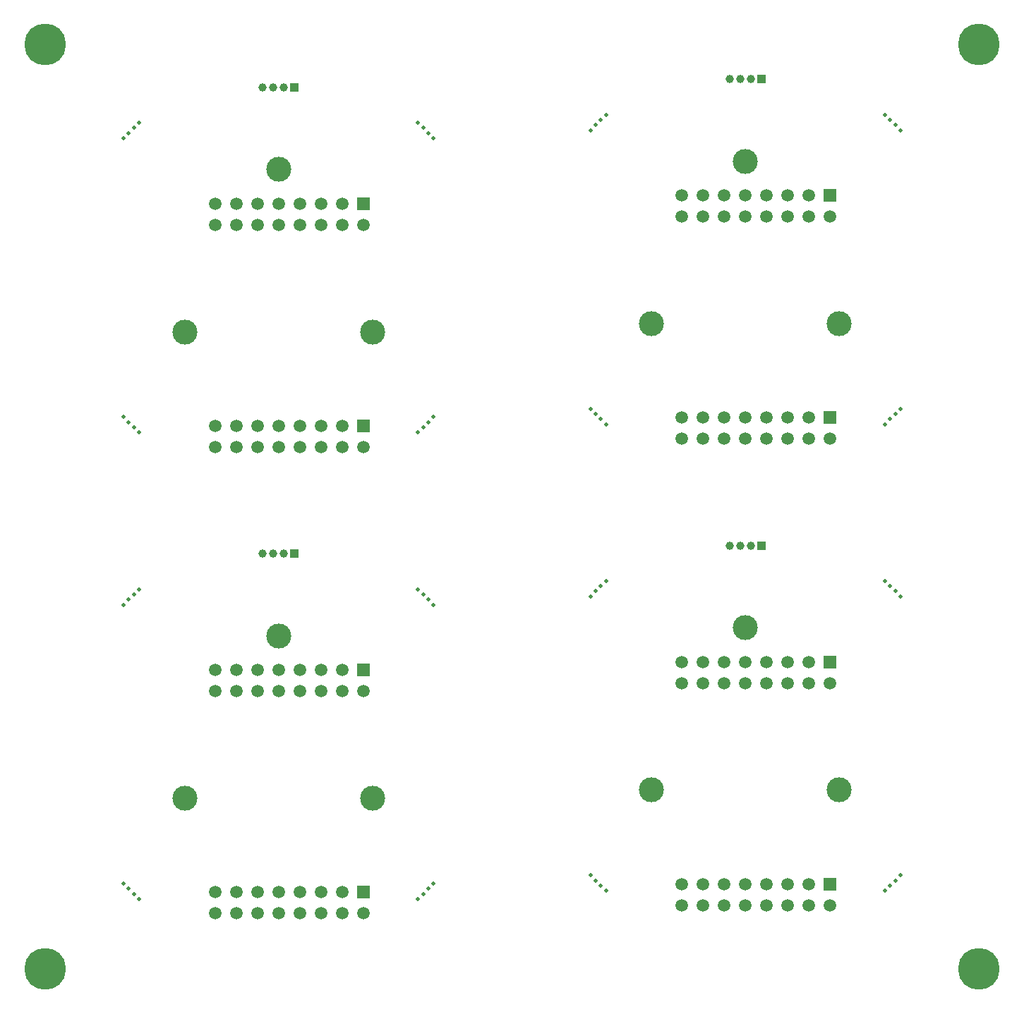
<source format=gbl>
G04*
G04 #@! TF.GenerationSoftware,Altium Limited,Altium Designer,22.4.2 (48)*
G04*
G04 Layer_Physical_Order=2*
G04 Layer_Color=16711680*
%FSLAX25Y25*%
%MOIN*%
G70*
G04*
G04 #@! TF.SameCoordinates,836F5DEB-E3E8-4EF0-AA83-6B4C30FB293A*
G04*
G04*
G04 #@! TF.FilePolarity,Positive*
G04*
G01*
G75*
%ADD10C,0.19685*%
%ADD11C,0.01968*%
%ADD12C,0.03937*%
%ADD13R,0.03937X0.03937*%
%ADD14C,0.11811*%
%ADD15C,0.05906*%
%ADD16R,0.05906X0.05906*%
D10*
X-110236Y330709D02*
D03*
Y-106299D02*
D03*
X330709D02*
D03*
Y330709D02*
D03*
D11*
X286332Y297554D02*
D03*
X288844Y295211D02*
D03*
X291274Y292781D02*
D03*
X293617Y290269D02*
D03*
Y158550D02*
D03*
X291274Y156038D02*
D03*
X288844Y153608D02*
D03*
X286332Y151265D02*
D03*
X154613D02*
D03*
X152101Y153608D02*
D03*
X149671Y156038D02*
D03*
X147328Y158550D02*
D03*
X154613Y297554D02*
D03*
X152101Y295211D02*
D03*
X149671Y292781D02*
D03*
X147328Y290269D02*
D03*
X286332Y77081D02*
D03*
X288844Y74738D02*
D03*
X291274Y72309D02*
D03*
X293617Y69796D02*
D03*
Y-61922D02*
D03*
X291274Y-64435D02*
D03*
X288844Y-66864D02*
D03*
X286332Y-69207D02*
D03*
X154613D02*
D03*
X152101Y-66864D02*
D03*
X149671Y-64435D02*
D03*
X147328Y-61922D02*
D03*
X154613Y77081D02*
D03*
X152101Y74738D02*
D03*
X149671Y72309D02*
D03*
X147328Y69796D02*
D03*
X-73144Y65859D02*
D03*
X-70801Y68372D02*
D03*
X-68372Y70801D02*
D03*
X-65859Y73144D02*
D03*
X-73144Y-65859D02*
D03*
X-70801Y-68372D02*
D03*
X-68372Y-70801D02*
D03*
X-65859Y-73144D02*
D03*
X65859D02*
D03*
X68372Y-70801D02*
D03*
X70801Y-68372D02*
D03*
X73144Y-65859D02*
D03*
Y65859D02*
D03*
X70801Y68372D02*
D03*
X68372Y70801D02*
D03*
X65859Y73144D02*
D03*
X-73144Y286332D02*
D03*
X-70801Y288844D02*
D03*
X-68372Y291274D02*
D03*
X-65859Y293617D02*
D03*
X-73144Y154613D02*
D03*
X-70801Y152101D02*
D03*
X-68372Y149671D02*
D03*
X-65859Y147328D02*
D03*
X65859D02*
D03*
X68372Y149671D02*
D03*
X70801Y152101D02*
D03*
X73144Y154613D02*
D03*
Y286332D02*
D03*
X70801Y288844D02*
D03*
X68372Y291274D02*
D03*
X65859Y293617D02*
D03*
D12*
X212972Y314409D02*
D03*
X217972D02*
D03*
X222972D02*
D03*
X212972Y93937D02*
D03*
X217972D02*
D03*
X222972D02*
D03*
X-7500Y90000D02*
D03*
X-2500D02*
D03*
X2500D02*
D03*
X-7500Y310472D02*
D03*
X-2500D02*
D03*
X2500D02*
D03*
D13*
X227972Y314409D02*
D03*
Y93937D02*
D03*
X7500Y90000D02*
D03*
Y310472D02*
D03*
D14*
X176148Y198819D02*
D03*
X264797D02*
D03*
X220472Y275590D02*
D03*
X176148Y-21654D02*
D03*
X264797D02*
D03*
X220472Y55118D02*
D03*
X-44324Y-25591D02*
D03*
X44324D02*
D03*
X0Y51181D02*
D03*
X-44324Y194882D02*
D03*
X44324D02*
D03*
X0Y271654D02*
D03*
D15*
X230472Y249410D02*
D03*
Y259409D02*
D03*
X260472Y249410D02*
D03*
X250472Y259409D02*
D03*
Y249410D02*
D03*
X240472Y259409D02*
D03*
Y249410D02*
D03*
X220472Y259409D02*
D03*
Y249410D02*
D03*
X210472Y259409D02*
D03*
Y249410D02*
D03*
X200472Y259409D02*
D03*
Y249410D02*
D03*
X190472Y259409D02*
D03*
Y249410D02*
D03*
X230472Y144409D02*
D03*
Y154409D02*
D03*
X260472Y144409D02*
D03*
X250472Y154409D02*
D03*
Y144409D02*
D03*
X240472Y154409D02*
D03*
Y144409D02*
D03*
X220472Y154409D02*
D03*
Y144409D02*
D03*
X210472Y154409D02*
D03*
Y144409D02*
D03*
X200472Y154409D02*
D03*
Y144409D02*
D03*
X190472Y154409D02*
D03*
Y144409D02*
D03*
X230472Y28937D02*
D03*
Y38937D02*
D03*
X260472Y28937D02*
D03*
X250472Y38937D02*
D03*
Y28937D02*
D03*
X240472Y38937D02*
D03*
Y28937D02*
D03*
X220472Y38937D02*
D03*
Y28937D02*
D03*
X210472Y38937D02*
D03*
Y28937D02*
D03*
X200472Y38937D02*
D03*
Y28937D02*
D03*
X190472Y38937D02*
D03*
Y28937D02*
D03*
X230472Y-76063D02*
D03*
Y-66063D02*
D03*
X260472Y-76063D02*
D03*
X250472Y-66063D02*
D03*
Y-76063D02*
D03*
X240472Y-66063D02*
D03*
Y-76063D02*
D03*
X220472Y-66063D02*
D03*
Y-76063D02*
D03*
X210472Y-66063D02*
D03*
Y-76063D02*
D03*
X200472Y-66063D02*
D03*
Y-76063D02*
D03*
X190472Y-66063D02*
D03*
Y-76063D02*
D03*
X10000Y25000D02*
D03*
Y35000D02*
D03*
X40000Y25000D02*
D03*
X30000Y35000D02*
D03*
Y25000D02*
D03*
X20000Y35000D02*
D03*
Y25000D02*
D03*
X0Y35000D02*
D03*
Y25000D02*
D03*
X-10000Y35000D02*
D03*
Y25000D02*
D03*
X-20000Y35000D02*
D03*
Y25000D02*
D03*
X-30000Y35000D02*
D03*
Y25000D02*
D03*
X10000Y-80000D02*
D03*
Y-70000D02*
D03*
X40000Y-80000D02*
D03*
X30000Y-70000D02*
D03*
Y-80000D02*
D03*
X20000Y-70000D02*
D03*
Y-80000D02*
D03*
X0Y-70000D02*
D03*
Y-80000D02*
D03*
X-10000Y-70000D02*
D03*
Y-80000D02*
D03*
X-20000Y-70000D02*
D03*
Y-80000D02*
D03*
X-30000Y-70000D02*
D03*
Y-80000D02*
D03*
X10000Y245472D02*
D03*
Y255472D02*
D03*
X40000Y245472D02*
D03*
X30000Y255472D02*
D03*
Y245472D02*
D03*
X20000Y255472D02*
D03*
Y245472D02*
D03*
X0Y255472D02*
D03*
Y245472D02*
D03*
X-10000Y255472D02*
D03*
Y245472D02*
D03*
X-20000Y255472D02*
D03*
Y245472D02*
D03*
X-30000Y255472D02*
D03*
Y245472D02*
D03*
X10000Y140472D02*
D03*
Y150472D02*
D03*
X40000Y140472D02*
D03*
X30000Y150472D02*
D03*
Y140472D02*
D03*
X20000Y150472D02*
D03*
Y140472D02*
D03*
X0Y150472D02*
D03*
Y140472D02*
D03*
X-10000Y150472D02*
D03*
Y140472D02*
D03*
X-20000Y150472D02*
D03*
Y140472D02*
D03*
X-30000Y150472D02*
D03*
Y140472D02*
D03*
D16*
X260472Y259409D02*
D03*
Y154409D02*
D03*
Y38937D02*
D03*
Y-66063D02*
D03*
X40000Y35000D02*
D03*
Y-70000D02*
D03*
Y255472D02*
D03*
Y150472D02*
D03*
M02*

</source>
